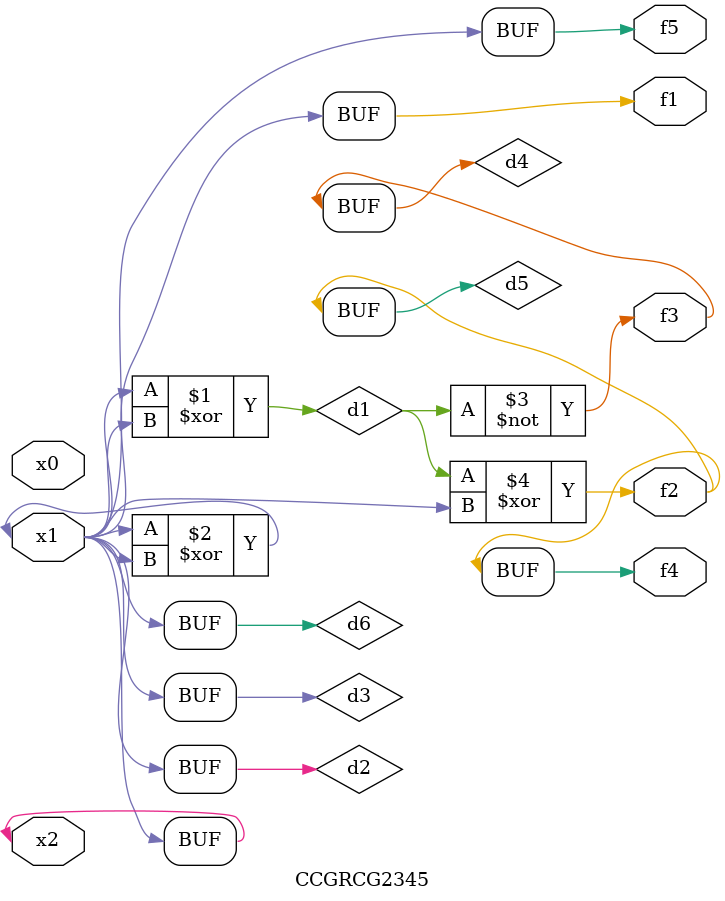
<source format=v>
module CCGRCG2345(
	input x0, x1, x2,
	output f1, f2, f3, f4, f5
);

	wire d1, d2, d3, d4, d5, d6;

	xor (d1, x1, x2);
	buf (d2, x1, x2);
	xor (d3, x1, x2);
	nor (d4, d1);
	xor (d5, d1, d2);
	buf (d6, d2, d3);
	assign f1 = d6;
	assign f2 = d5;
	assign f3 = d4;
	assign f4 = d5;
	assign f5 = d6;
endmodule

</source>
